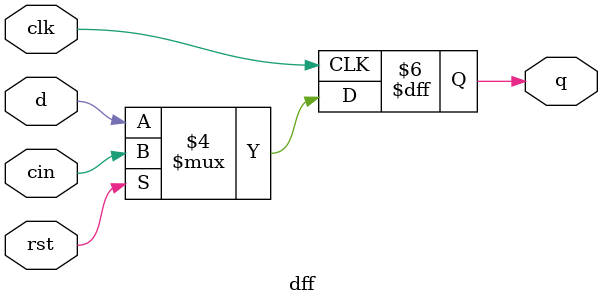
<source format=v>
/*Helper Module
				*/
`timescale 1ns / 1ps
module dff(
    input clk,
	 input rst,
    input d,
	 input cin,
    output q
    );

	reg q;
	
	always @(posedge clk)	//if reset=0, Q=D, else Q=cin
	begin	
	if(rst == 0)
		q = d;
	else
		q = cin;
	end

endmodule 

</source>
